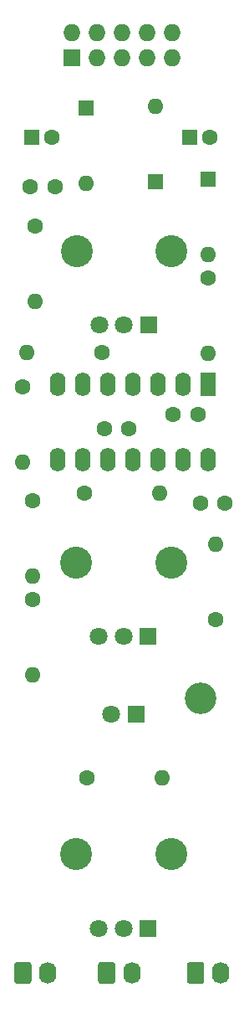
<source format=gbr>
%TF.GenerationSoftware,KiCad,Pcbnew,(5.1.12-1-10_14)*%
%TF.CreationDate,2021-12-12T17:04:58+01:00*%
%TF.ProjectId,envy,656e7679-2e6b-4696-9361-645f70636258,rev?*%
%TF.SameCoordinates,Original*%
%TF.FileFunction,Soldermask,Bot*%
%TF.FilePolarity,Negative*%
%FSLAX46Y46*%
G04 Gerber Fmt 4.6, Leading zero omitted, Abs format (unit mm)*
G04 Created by KiCad (PCBNEW (5.1.12-1-10_14)) date 2021-12-12 17:04:58*
%MOMM*%
%LPD*%
G01*
G04 APERTURE LIST*
%ADD10R,1.600000X1.600000*%
%ADD11O,1.600000X1.600000*%
%ADD12C,1.600000*%
%ADD13R,1.727200X1.727200*%
%ADD14O,1.727200X1.727200*%
%ADD15R,1.800000X1.800000*%
%ADD16C,1.800000*%
%ADD17C,3.240000*%
%ADD18C,3.200000*%
%ADD19O,1.740000X2.200000*%
%ADD20R,1.600000X2.400000*%
%ADD21O,1.600000X2.400000*%
G04 APERTURE END LIST*
D10*
%TO.C,D4*%
X76400000Y-45500000D03*
D11*
X76400000Y-53120000D03*
%TD*%
%TO.C,D3*%
X83400000Y-45380000D03*
D10*
X83400000Y-53000000D03*
%TD*%
%TO.C,C2*%
X70900000Y-48500000D03*
D12*
X72900000Y-48500000D03*
%TD*%
%TO.C,C1*%
X88900000Y-48500000D03*
D10*
X86900000Y-48500000D03*
%TD*%
D13*
%TO.C,J5*%
X75000000Y-40500000D03*
D14*
X75000000Y-37960000D03*
X77540000Y-40500000D03*
X77540000Y-37960000D03*
X80080000Y-40500000D03*
X80080000Y-37960000D03*
X82620000Y-40500000D03*
X82620000Y-37960000D03*
X85160000Y-40500000D03*
X85160000Y-37960000D03*
%TD*%
D15*
%TO.C,RV3*%
X82700000Y-128500000D03*
D16*
X80200000Y-128500000D03*
X77700000Y-128500000D03*
D17*
X75400000Y-121000000D03*
X85000000Y-121000000D03*
%TD*%
D15*
%TO.C,RV1*%
X82700000Y-99000000D03*
D16*
X80200000Y-99000000D03*
X77700000Y-99000000D03*
D17*
X75400000Y-91500000D03*
X85000000Y-91500000D03*
%TD*%
%TO.C,RV2*%
X85050000Y-60000000D03*
X75450000Y-60000000D03*
D16*
X77750000Y-67500000D03*
X80250000Y-67500000D03*
D15*
X82750000Y-67500000D03*
%TD*%
D12*
%TO.C,C3*%
X80750000Y-78000000D03*
X78250000Y-78000000D03*
%TD*%
%TO.C,C4*%
X87750000Y-76500000D03*
X85250000Y-76500000D03*
%TD*%
%TO.C,C5*%
X88000000Y-85500000D03*
X90500000Y-85500000D03*
%TD*%
%TO.C,C6*%
X70750000Y-53500000D03*
X73250000Y-53500000D03*
%TD*%
D15*
%TO.C,D1*%
X81500000Y-106800000D03*
D16*
X78960000Y-106800000D03*
%TD*%
D10*
%TO.C,D2*%
X88750000Y-52750000D03*
D11*
X88750000Y-60370000D03*
%TD*%
D18*
%TO.C,H1*%
X88000000Y-105250000D03*
%TD*%
%TO.C,IN*%
G36*
G01*
X86630000Y-133850001D02*
X86630000Y-132149999D01*
G75*
G02*
X86879999Y-131900000I249999J0D01*
G01*
X88120001Y-131900000D01*
G75*
G02*
X88370000Y-132149999I0J-249999D01*
G01*
X88370000Y-133850001D01*
G75*
G02*
X88120001Y-134100000I-249999J0D01*
G01*
X86879999Y-134100000D01*
G75*
G02*
X86630000Y-133850001I0J249999D01*
G01*
G37*
D19*
X90040000Y-133000000D03*
%TD*%
%TO.C,J2*%
X81040000Y-133000000D03*
G36*
G01*
X77630000Y-133850001D02*
X77630000Y-132149999D01*
G75*
G02*
X77879999Y-131900000I249999J0D01*
G01*
X79120001Y-131900000D01*
G75*
G02*
X79370000Y-132149999I0J-249999D01*
G01*
X79370000Y-133850001D01*
G75*
G02*
X79120001Y-134100000I-249999J0D01*
G01*
X77879999Y-134100000D01*
G75*
G02*
X77630000Y-133850001I0J249999D01*
G01*
G37*
%TD*%
%TO.C,INV*%
G36*
G01*
X69130000Y-133850001D02*
X69130000Y-132149999D01*
G75*
G02*
X69379999Y-131900000I249999J0D01*
G01*
X70620001Y-131900000D01*
G75*
G02*
X70870000Y-132149999I0J-249999D01*
G01*
X70870000Y-133850001D01*
G75*
G02*
X70620001Y-134100000I-249999J0D01*
G01*
X69379999Y-134100000D01*
G75*
G02*
X69130000Y-133850001I0J249999D01*
G01*
G37*
X72540000Y-133000000D03*
%TD*%
D12*
%TO.C,R1*%
X89500000Y-97250000D03*
D11*
X89500000Y-89630000D03*
%TD*%
%TO.C,R2*%
X70000000Y-81370000D03*
D12*
X70000000Y-73750000D03*
%TD*%
D11*
%TO.C,R3*%
X71250000Y-65120000D03*
D12*
X71250000Y-57500000D03*
%TD*%
%TO.C,R4*%
X76500000Y-113250000D03*
D11*
X84120000Y-113250000D03*
%TD*%
D12*
%TO.C,R5*%
X76250000Y-84500000D03*
D11*
X83870000Y-84500000D03*
%TD*%
%TO.C,R6*%
X71000000Y-92870000D03*
D12*
X71000000Y-85250000D03*
%TD*%
D11*
%TO.C,R7*%
X88750000Y-70370000D03*
D12*
X88750000Y-62750000D03*
%TD*%
%TO.C,R8*%
X71000000Y-95250000D03*
D11*
X71000000Y-102870000D03*
%TD*%
D12*
%TO.C,R9*%
X78000000Y-70300000D03*
D11*
X70380000Y-70300000D03*
%TD*%
D20*
%TO.C,U1*%
X88750000Y-73500000D03*
D21*
X73510000Y-81120000D03*
X86210000Y-73500000D03*
X76050000Y-81120000D03*
X83670000Y-73500000D03*
X78590000Y-81120000D03*
X81130000Y-73500000D03*
X81130000Y-81120000D03*
X78590000Y-73500000D03*
X83670000Y-81120000D03*
X76050000Y-73500000D03*
X86210000Y-81120000D03*
X73510000Y-73500000D03*
X88750000Y-81120000D03*
%TD*%
M02*

</source>
